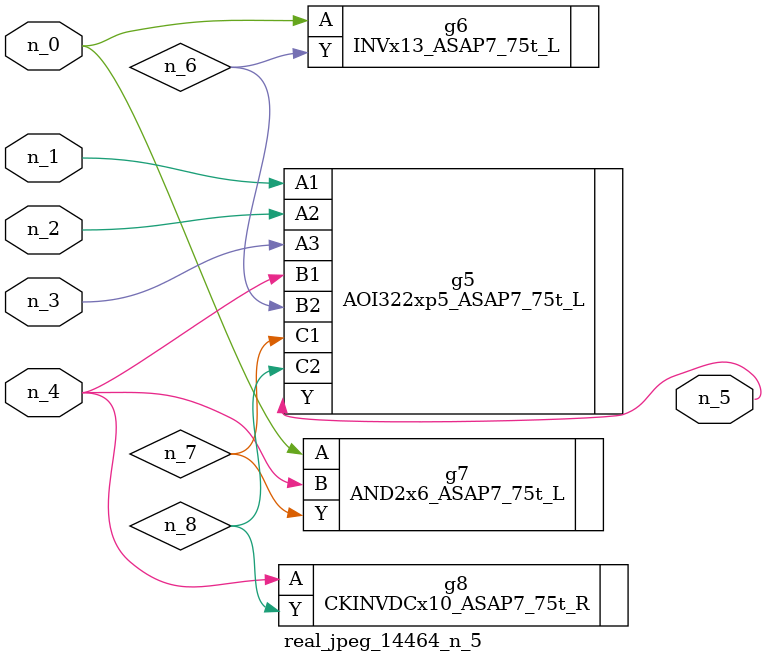
<source format=v>
module real_jpeg_14464_n_5 (n_4, n_0, n_1, n_2, n_3, n_5);

input n_4;
input n_0;
input n_1;
input n_2;
input n_3;

output n_5;

wire n_8;
wire n_6;
wire n_7;

INVx13_ASAP7_75t_L g6 ( 
.A(n_0),
.Y(n_6)
);

AND2x6_ASAP7_75t_L g7 ( 
.A(n_0),
.B(n_4),
.Y(n_7)
);

AOI322xp5_ASAP7_75t_L g5 ( 
.A1(n_1),
.A2(n_2),
.A3(n_3),
.B1(n_4),
.B2(n_6),
.C1(n_7),
.C2(n_8),
.Y(n_5)
);

CKINVDCx10_ASAP7_75t_R g8 ( 
.A(n_4),
.Y(n_8)
);


endmodule
</source>
